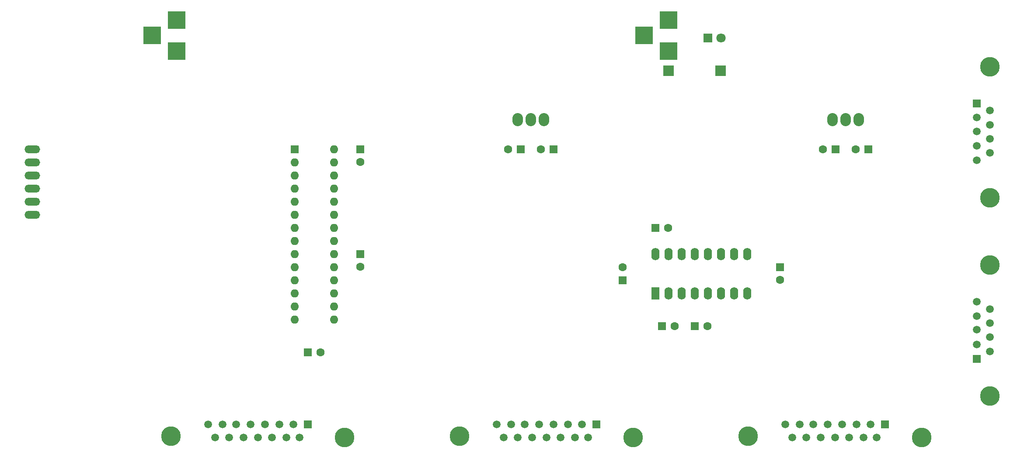
<source format=gbr>
G04 #@! TF.FileFunction,Soldermask,Bot*
%FSLAX46Y46*%
G04 Gerber Fmt 4.6, Leading zero omitted, Abs format (unit mm)*
G04 Created by KiCad (PCBNEW 4.0.7) date 12/26/17 17:51:00*
%MOMM*%
%LPD*%
G01*
G04 APERTURE LIST*
%ADD10C,0.100000*%
%ADD11R,1.600000X1.600000*%
%ADD12C,1.600000*%
%ADD13R,3.500000X3.500000*%
%ADD14R,1.800000X1.800000*%
%ADD15C,1.800000*%
%ADD16C,3.810000*%
%ADD17R,1.520000X1.520000*%
%ADD18C,1.520000*%
%ADD19O,3.010000X1.510000*%
%ADD20R,1.998980X1.998980*%
%ADD21O,2.032000X2.540000*%
%ADD22O,1.600000X1.600000*%
%ADD23R,1.600000X2.400000*%
%ADD24O,1.600000X2.400000*%
G04 APERTURE END LIST*
D10*
D11*
X146005000Y-85480000D03*
D12*
X143505000Y-85480000D03*
D11*
X139655000Y-85480000D03*
D12*
X137155000Y-85480000D03*
D11*
X206965000Y-85480000D03*
D12*
X204465000Y-85480000D03*
D11*
X108540000Y-105800000D03*
D12*
X108540000Y-108300000D03*
D11*
X200615000Y-85480000D03*
D12*
X198115000Y-85480000D03*
D13*
X168230000Y-66430000D03*
X168230000Y-60430000D03*
X163530000Y-63430000D03*
X72980000Y-66430000D03*
X72980000Y-60430000D03*
X68280000Y-63430000D03*
D14*
X175850000Y-63890000D03*
D15*
X178390000Y-63890000D03*
D16*
X230460000Y-94880000D03*
X230460000Y-69480000D03*
D17*
X227920000Y-76590000D03*
D18*
X227920000Y-79380000D03*
X227920000Y-82050000D03*
X227920000Y-84850000D03*
X227920000Y-87640000D03*
X230460000Y-77990000D03*
X230460000Y-80780000D03*
X230460000Y-83450000D03*
X230460000Y-86240000D03*
D16*
X71960000Y-141110000D03*
X105490000Y-141360000D03*
D17*
X98380000Y-138820000D03*
D18*
X95590000Y-138820000D03*
X92920000Y-138820000D03*
X90130000Y-138820000D03*
X87330000Y-138820000D03*
X84540000Y-138820000D03*
X81870000Y-138820000D03*
X79080000Y-138820000D03*
X96810000Y-141360000D03*
X94270000Y-141360000D03*
X91470000Y-141360000D03*
X88730000Y-141360000D03*
X85980000Y-141360000D03*
X83190000Y-141360000D03*
X80450000Y-141360000D03*
D16*
X183720000Y-141110000D03*
X217250000Y-141360000D03*
D17*
X210140000Y-138820000D03*
D18*
X207350000Y-138820000D03*
X204680000Y-138820000D03*
X201890000Y-138820000D03*
X199090000Y-138820000D03*
X196300000Y-138820000D03*
X193630000Y-138820000D03*
X190840000Y-138820000D03*
X208570000Y-141360000D03*
X206030000Y-141360000D03*
X203230000Y-141360000D03*
X200490000Y-141360000D03*
X197740000Y-141360000D03*
X194950000Y-141360000D03*
X192210000Y-141360000D03*
D16*
X127840000Y-141110000D03*
X161370000Y-141360000D03*
D17*
X154260000Y-138820000D03*
D18*
X151470000Y-138820000D03*
X148800000Y-138820000D03*
X146010000Y-138820000D03*
X143210000Y-138820000D03*
X140420000Y-138820000D03*
X137750000Y-138820000D03*
X134960000Y-138820000D03*
X152690000Y-141360000D03*
X150150000Y-141360000D03*
X147350000Y-141360000D03*
X144610000Y-141360000D03*
X141860000Y-141360000D03*
X139070000Y-141360000D03*
X136330000Y-141360000D03*
D16*
X230460000Y-133360000D03*
X230460000Y-107960000D03*
D17*
X227920000Y-126120000D03*
D18*
X227920000Y-123330000D03*
X227920000Y-120530000D03*
X227920000Y-117870000D03*
X227920000Y-115070000D03*
X230460000Y-116470000D03*
X230460000Y-119260000D03*
X230460000Y-121930000D03*
X230460000Y-124720000D03*
D19*
X45040000Y-85480000D03*
X45040000Y-88020000D03*
X45040000Y-90560000D03*
X45040000Y-93100000D03*
X45040000Y-95640000D03*
X45040000Y-98180000D03*
D20*
X168308740Y-70240000D03*
X178311260Y-70240000D03*
D21*
X141560000Y-79765000D03*
X144100000Y-79765000D03*
X139020000Y-79765000D03*
D11*
X95840000Y-85480000D03*
D22*
X103460000Y-118500000D03*
X95840000Y-88020000D03*
X103460000Y-115960000D03*
X95840000Y-90560000D03*
X103460000Y-113420000D03*
X95840000Y-93100000D03*
X103460000Y-110880000D03*
X95840000Y-95640000D03*
X103460000Y-108340000D03*
X95840000Y-98180000D03*
X103460000Y-105800000D03*
X95840000Y-100720000D03*
X103460000Y-103260000D03*
X95840000Y-103260000D03*
X103460000Y-100720000D03*
X95840000Y-105800000D03*
X103460000Y-98180000D03*
X95840000Y-108340000D03*
X103460000Y-95640000D03*
X95840000Y-110880000D03*
X103460000Y-93100000D03*
X95840000Y-113420000D03*
X103460000Y-90560000D03*
X95840000Y-115960000D03*
X103460000Y-88020000D03*
X95840000Y-118500000D03*
X103460000Y-85480000D03*
D21*
X202520000Y-79765000D03*
X205060000Y-79765000D03*
X199980000Y-79765000D03*
D23*
X165690000Y-113420000D03*
D24*
X183470000Y-105800000D03*
X168230000Y-113420000D03*
X180930000Y-105800000D03*
X170770000Y-113420000D03*
X178390000Y-105800000D03*
X173310000Y-113420000D03*
X175850000Y-105800000D03*
X175850000Y-113420000D03*
X173310000Y-105800000D03*
X178390000Y-113420000D03*
X170770000Y-105800000D03*
X180930000Y-113420000D03*
X168230000Y-105800000D03*
X183470000Y-113420000D03*
X165690000Y-105800000D03*
D11*
X98380000Y-124850000D03*
D12*
X100880000Y-124850000D03*
D11*
X108540000Y-85480000D03*
D12*
X108540000Y-87980000D03*
D11*
X166960000Y-119770000D03*
D12*
X169460000Y-119770000D03*
D11*
X173310000Y-119770000D03*
D12*
X175810000Y-119770000D03*
D11*
X159340000Y-110880000D03*
D12*
X159340000Y-108380000D03*
D11*
X189820000Y-108340000D03*
D12*
X189820000Y-110840000D03*
D11*
X165690000Y-100720000D03*
D12*
X168190000Y-100720000D03*
M02*

</source>
